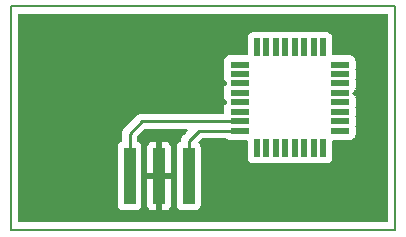
<source format=gbr>
%TF.GenerationSoftware,KiCad,Pcbnew,(6.0.7)*%
%TF.CreationDate,2022-10-03T13:44:35+01:00*%
%TF.ProjectId,teste,74657374-652e-46b6-9963-61645f706362,rev?*%
%TF.SameCoordinates,Original*%
%TF.FileFunction,Copper,L1,Top*%
%TF.FilePolarity,Positive*%
%FSLAX46Y46*%
G04 Gerber Fmt 4.6, Leading zero omitted, Abs format (unit mm)*
G04 Created by KiCad (PCBNEW (6.0.7)) date 2022-10-03 13:44:35*
%MOMM*%
%LPD*%
G01*
G04 APERTURE LIST*
%TA.AperFunction,NonConductor*%
%ADD10C,0.200000*%
%TD*%
%TA.AperFunction,SMDPad,CuDef*%
%ADD11R,1.000000X4.800000*%
%TD*%
%TA.AperFunction,SMDPad,CuDef*%
%ADD12R,1.600000X0.550000*%
%TD*%
%TA.AperFunction,SMDPad,CuDef*%
%ADD13R,0.550000X1.600000*%
%TD*%
%TA.AperFunction,Conductor*%
%ADD14C,0.250000*%
%TD*%
G04 APERTURE END LIST*
D10*
X93825000Y-88150000D02*
X126350000Y-88150000D01*
X126350000Y-88150000D02*
X126350000Y-107100000D01*
X126350000Y-107100000D02*
X93825000Y-107100000D01*
X93825000Y-107100000D02*
X93825000Y-88150000D01*
D11*
%TO.P,Y1,1,1*%
%TO.N,Net-(U1-Pad8)*%
X108875000Y-102525000D03*
%TO.P,Y1,2,2*%
%TO.N,Earth*%
X106375000Y-102525000D03*
%TO.P,Y1,3,3*%
%TO.N,Net-(U1-Pad7)*%
X103875000Y-102525000D03*
%TD*%
D12*
%TO.P,U1,1,PD3*%
%TO.N,unconnected-(U1-Pad1)*%
X113200000Y-93075000D03*
%TO.P,U1,2,PD4*%
%TO.N,unconnected-(U1-Pad2)*%
X113200000Y-93875000D03*
%TO.P,U1,3,GND*%
%TO.N,Earth*%
X113200000Y-94675000D03*
%TO.P,U1,4,VCC*%
%TO.N,+5V*%
X113200000Y-95475000D03*
%TO.P,U1,5,GND*%
%TO.N,Earth*%
X113200000Y-96275000D03*
%TO.P,U1,6,VCC*%
%TO.N,+5V*%
X113200000Y-97075000D03*
%TO.P,U1,7,XTAL1/PB6*%
%TO.N,Net-(U1-Pad7)*%
X113200000Y-97875000D03*
%TO.P,U1,8,XTAL2/PB7*%
%TO.N,Net-(U1-Pad8)*%
X113200000Y-98675000D03*
D13*
%TO.P,U1,9,PD5*%
%TO.N,unconnected-(U1-Pad9)*%
X114650000Y-100125000D03*
%TO.P,U1,10,PD6*%
%TO.N,unconnected-(U1-Pad10)*%
X115450000Y-100125000D03*
%TO.P,U1,11,PD7*%
%TO.N,unconnected-(U1-Pad11)*%
X116250000Y-100125000D03*
%TO.P,U1,12,PB0*%
%TO.N,unconnected-(U1-Pad12)*%
X117050000Y-100125000D03*
%TO.P,U1,13,PB1*%
%TO.N,unconnected-(U1-Pad13)*%
X117850000Y-100125000D03*
%TO.P,U1,14,PB2*%
%TO.N,unconnected-(U1-Pad14)*%
X118650000Y-100125000D03*
%TO.P,U1,15,PB3*%
%TO.N,unconnected-(U1-Pad15)*%
X119450000Y-100125000D03*
%TO.P,U1,16,PB4*%
%TO.N,unconnected-(U1-Pad16)*%
X120250000Y-100125000D03*
D12*
%TO.P,U1,17,PB5*%
%TO.N,unconnected-(U1-Pad17)*%
X121700000Y-98675000D03*
%TO.P,U1,18,AVCC*%
%TO.N,+5V*%
X121700000Y-97875000D03*
%TO.P,U1,19,ADC6*%
X121700000Y-97075000D03*
%TO.P,U1,20,AREF*%
X121700000Y-96275000D03*
%TO.P,U1,21,GND*%
%TO.N,Earth*%
X121700000Y-95475000D03*
%TO.P,U1,22,ADC7*%
%TO.N,+5V*%
X121700000Y-94675000D03*
%TO.P,U1,23,PC0*%
%TO.N,unconnected-(U1-Pad23)*%
X121700000Y-93875000D03*
%TO.P,U1,24,PC1*%
%TO.N,unconnected-(U1-Pad24)*%
X121700000Y-93075000D03*
D13*
%TO.P,U1,25,PC2*%
%TO.N,unconnected-(U1-Pad25)*%
X120250000Y-91625000D03*
%TO.P,U1,26,PC3*%
%TO.N,unconnected-(U1-Pad26)*%
X119450000Y-91625000D03*
%TO.P,U1,27,PC4*%
%TO.N,unconnected-(U1-Pad27)*%
X118650000Y-91625000D03*
%TO.P,U1,28,PC5*%
%TO.N,unconnected-(U1-Pad28)*%
X117850000Y-91625000D03*
%TO.P,U1,29,~{RESET}/PC6*%
%TO.N,+5V*%
X117050000Y-91625000D03*
%TO.P,U1,30,PD0*%
%TO.N,unconnected-(U1-Pad30)*%
X116250000Y-91625000D03*
%TO.P,U1,31,PD1*%
%TO.N,unconnected-(U1-Pad31)*%
X115450000Y-91625000D03*
%TO.P,U1,32,PD2*%
%TO.N,unconnected-(U1-Pad32)*%
X114650000Y-91625000D03*
%TD*%
D14*
%TO.N,Net-(U1-Pad7)*%
X104925000Y-97875000D02*
X113200000Y-97875000D01*
X103875000Y-98925000D02*
X104925000Y-97875000D01*
X103875000Y-102525000D02*
X103875000Y-98925000D01*
%TO.N,Net-(U1-Pad8)*%
X109725000Y-98675000D02*
X113200000Y-98675000D01*
X108875000Y-99525000D02*
X109725000Y-98675000D01*
X108875000Y-102525000D02*
X108875000Y-99525000D01*
%TD*%
%TA.AperFunction,Conductor*%
%TO.N,Earth*%
G36*
X125683621Y-88778502D02*
G01*
X125730114Y-88832158D01*
X125741500Y-88884500D01*
X125741500Y-106290500D01*
X125721498Y-106358621D01*
X125667842Y-106405114D01*
X125615500Y-106416500D01*
X94559500Y-106416500D01*
X94491379Y-106396498D01*
X94444886Y-106342842D01*
X94433500Y-106290500D01*
X94433500Y-104973134D01*
X102866500Y-104973134D01*
X102873255Y-105035316D01*
X102924385Y-105171705D01*
X103011739Y-105288261D01*
X103128295Y-105375615D01*
X103264684Y-105426745D01*
X103326866Y-105433500D01*
X104423134Y-105433500D01*
X104485316Y-105426745D01*
X104621705Y-105375615D01*
X104738261Y-105288261D01*
X104825615Y-105171705D01*
X104876745Y-105035316D01*
X104883500Y-104973134D01*
X104883500Y-104969669D01*
X105367001Y-104969669D01*
X105367371Y-104976490D01*
X105372895Y-105027352D01*
X105376521Y-105042604D01*
X105421676Y-105163054D01*
X105430214Y-105178649D01*
X105506715Y-105280724D01*
X105519276Y-105293285D01*
X105621351Y-105369786D01*
X105636946Y-105378324D01*
X105757394Y-105423478D01*
X105772649Y-105427105D01*
X105823514Y-105432631D01*
X105830328Y-105433000D01*
X106102885Y-105433000D01*
X106118124Y-105428525D01*
X106119329Y-105427135D01*
X106121000Y-105419452D01*
X106121000Y-105414884D01*
X106629000Y-105414884D01*
X106633475Y-105430123D01*
X106634865Y-105431328D01*
X106642548Y-105432999D01*
X106919669Y-105432999D01*
X106926490Y-105432629D01*
X106977352Y-105427105D01*
X106992604Y-105423479D01*
X107113054Y-105378324D01*
X107128649Y-105369786D01*
X107230724Y-105293285D01*
X107243285Y-105280724D01*
X107319786Y-105178649D01*
X107328324Y-105163054D01*
X107373478Y-105042606D01*
X107377105Y-105027351D01*
X107382631Y-104976486D01*
X107383000Y-104969672D01*
X107383000Y-102797115D01*
X107378525Y-102781876D01*
X107377135Y-102780671D01*
X107369452Y-102779000D01*
X106647115Y-102779000D01*
X106631876Y-102783475D01*
X106630671Y-102784865D01*
X106629000Y-102792548D01*
X106629000Y-105414884D01*
X106121000Y-105414884D01*
X106121000Y-102797115D01*
X106116525Y-102781876D01*
X106115135Y-102780671D01*
X106107452Y-102779000D01*
X105385116Y-102779000D01*
X105369877Y-102783475D01*
X105368672Y-102784865D01*
X105367001Y-102792548D01*
X105367001Y-104969669D01*
X104883500Y-104969669D01*
X104883500Y-102252885D01*
X105367000Y-102252885D01*
X105371475Y-102268124D01*
X105372865Y-102269329D01*
X105380548Y-102271000D01*
X106102885Y-102271000D01*
X106118124Y-102266525D01*
X106119329Y-102265135D01*
X106121000Y-102257452D01*
X106121000Y-102252885D01*
X106629000Y-102252885D01*
X106633475Y-102268124D01*
X106634865Y-102269329D01*
X106642548Y-102271000D01*
X107364884Y-102271000D01*
X107380123Y-102266525D01*
X107381328Y-102265135D01*
X107382999Y-102257452D01*
X107382999Y-100080331D01*
X107382629Y-100073510D01*
X107377105Y-100022648D01*
X107373479Y-100007396D01*
X107328324Y-99886946D01*
X107319786Y-99871351D01*
X107243285Y-99769276D01*
X107230724Y-99756715D01*
X107128649Y-99680214D01*
X107113054Y-99671676D01*
X106992606Y-99626522D01*
X106977351Y-99622895D01*
X106926486Y-99617369D01*
X106919672Y-99617000D01*
X106647115Y-99617000D01*
X106631876Y-99621475D01*
X106630671Y-99622865D01*
X106629000Y-99630548D01*
X106629000Y-102252885D01*
X106121000Y-102252885D01*
X106121000Y-99635116D01*
X106116525Y-99619877D01*
X106115135Y-99618672D01*
X106107452Y-99617001D01*
X105830331Y-99617001D01*
X105823510Y-99617371D01*
X105772648Y-99622895D01*
X105757396Y-99626521D01*
X105636946Y-99671676D01*
X105621351Y-99680214D01*
X105519276Y-99756715D01*
X105506715Y-99769276D01*
X105430214Y-99871351D01*
X105421676Y-99886946D01*
X105376522Y-100007394D01*
X105372895Y-100022649D01*
X105367369Y-100073514D01*
X105367000Y-100080328D01*
X105367000Y-102252885D01*
X104883500Y-102252885D01*
X104883500Y-100076866D01*
X104876745Y-100014684D01*
X104825615Y-99878295D01*
X104738261Y-99761739D01*
X104621705Y-99674385D01*
X104613296Y-99671232D01*
X104613293Y-99671231D01*
X104590269Y-99662599D01*
X104533505Y-99619957D01*
X104508806Y-99553395D01*
X104508500Y-99544618D01*
X104508500Y-99239594D01*
X104528502Y-99171473D01*
X104545405Y-99150499D01*
X105150499Y-98545405D01*
X105212811Y-98511379D01*
X105239594Y-98508500D01*
X108691405Y-98508500D01*
X108759526Y-98528502D01*
X108806019Y-98582158D01*
X108816123Y-98652432D01*
X108786629Y-98717012D01*
X108780506Y-98723590D01*
X108628953Y-98875142D01*
X108482742Y-99021353D01*
X108474463Y-99028887D01*
X108467982Y-99033000D01*
X108449708Y-99052460D01*
X108421357Y-99082651D01*
X108418602Y-99085493D01*
X108398865Y-99105230D01*
X108396385Y-99108427D01*
X108388682Y-99117447D01*
X108358414Y-99149679D01*
X108354595Y-99156625D01*
X108354593Y-99156628D01*
X108348652Y-99167434D01*
X108337801Y-99183953D01*
X108325386Y-99199959D01*
X108322241Y-99207228D01*
X108322238Y-99207232D01*
X108307826Y-99240537D01*
X108302609Y-99251187D01*
X108281305Y-99289940D01*
X108279334Y-99297615D01*
X108279334Y-99297616D01*
X108276267Y-99309562D01*
X108269863Y-99328266D01*
X108261819Y-99346855D01*
X108260580Y-99354678D01*
X108260577Y-99354688D01*
X108254901Y-99390524D01*
X108252495Y-99402144D01*
X108243472Y-99437289D01*
X108241500Y-99444970D01*
X108241500Y-99465224D01*
X108239949Y-99484934D01*
X108236780Y-99504943D01*
X108237526Y-99512834D01*
X108239462Y-99533315D01*
X108225959Y-99603016D01*
X108176917Y-99654352D01*
X108158250Y-99663155D01*
X108136705Y-99671232D01*
X108136704Y-99671233D01*
X108128295Y-99674385D01*
X108011739Y-99761739D01*
X107924385Y-99878295D01*
X107873255Y-100014684D01*
X107866500Y-100076866D01*
X107866500Y-104973134D01*
X107873255Y-105035316D01*
X107924385Y-105171705D01*
X108011739Y-105288261D01*
X108128295Y-105375615D01*
X108264684Y-105426745D01*
X108326866Y-105433500D01*
X109423134Y-105433500D01*
X109485316Y-105426745D01*
X109621705Y-105375615D01*
X109738261Y-105288261D01*
X109825615Y-105171705D01*
X109876745Y-105035316D01*
X109883500Y-104973134D01*
X109883500Y-100076866D01*
X109876745Y-100014684D01*
X109825615Y-99878295D01*
X109738261Y-99761739D01*
X109731081Y-99756358D01*
X109724731Y-99750008D01*
X109727373Y-99747366D01*
X109695419Y-99704717D01*
X109690326Y-99633903D01*
X109724362Y-99571542D01*
X109950499Y-99345405D01*
X110012811Y-99311379D01*
X110039594Y-99308500D01*
X111988411Y-99308500D01*
X112056532Y-99328502D01*
X112063975Y-99333674D01*
X112153295Y-99400615D01*
X112289684Y-99451745D01*
X112351866Y-99458500D01*
X113740500Y-99458500D01*
X113808621Y-99478502D01*
X113855114Y-99532158D01*
X113866500Y-99584500D01*
X113866500Y-100973134D01*
X113873255Y-101035316D01*
X113924385Y-101171705D01*
X114011739Y-101288261D01*
X114128295Y-101375615D01*
X114264684Y-101426745D01*
X114326866Y-101433500D01*
X114973134Y-101433500D01*
X115035316Y-101426745D01*
X115035580Y-101429174D01*
X115064420Y-101429174D01*
X115064684Y-101426745D01*
X115126866Y-101433500D01*
X115773134Y-101433500D01*
X115835316Y-101426745D01*
X115835580Y-101429174D01*
X115864420Y-101429174D01*
X115864684Y-101426745D01*
X115926866Y-101433500D01*
X116573134Y-101433500D01*
X116635316Y-101426745D01*
X116635580Y-101429174D01*
X116664420Y-101429174D01*
X116664684Y-101426745D01*
X116726866Y-101433500D01*
X117373134Y-101433500D01*
X117435316Y-101426745D01*
X117435580Y-101429174D01*
X117464420Y-101429174D01*
X117464684Y-101426745D01*
X117526866Y-101433500D01*
X118173134Y-101433500D01*
X118235316Y-101426745D01*
X118235580Y-101429174D01*
X118264420Y-101429174D01*
X118264684Y-101426745D01*
X118326866Y-101433500D01*
X118973134Y-101433500D01*
X119035316Y-101426745D01*
X119035580Y-101429174D01*
X119064420Y-101429174D01*
X119064684Y-101426745D01*
X119126866Y-101433500D01*
X119773134Y-101433500D01*
X119835316Y-101426745D01*
X119835580Y-101429174D01*
X119864420Y-101429174D01*
X119864684Y-101426745D01*
X119926866Y-101433500D01*
X120573134Y-101433500D01*
X120635316Y-101426745D01*
X120771705Y-101375615D01*
X120888261Y-101288261D01*
X120975615Y-101171705D01*
X121026745Y-101035316D01*
X121033500Y-100973134D01*
X121033500Y-99584500D01*
X121053502Y-99516379D01*
X121107158Y-99469886D01*
X121159500Y-99458500D01*
X122548134Y-99458500D01*
X122610316Y-99451745D01*
X122746705Y-99400615D01*
X122863261Y-99313261D01*
X122950615Y-99196705D01*
X123001745Y-99060316D01*
X123008500Y-98998134D01*
X123008500Y-98351866D01*
X123001745Y-98289684D01*
X123004174Y-98289420D01*
X123004174Y-98260580D01*
X123001745Y-98260316D01*
X123008131Y-98201531D01*
X123008500Y-98198134D01*
X123008500Y-97551866D01*
X123001745Y-97489684D01*
X123004174Y-97489420D01*
X123004174Y-97460580D01*
X123001745Y-97460316D01*
X123008131Y-97401531D01*
X123008500Y-97398134D01*
X123008500Y-96751866D01*
X123001745Y-96689684D01*
X123004174Y-96689420D01*
X123004174Y-96660580D01*
X123001745Y-96660316D01*
X123008131Y-96601531D01*
X123008500Y-96598134D01*
X123008500Y-95951866D01*
X123001745Y-95889684D01*
X123003884Y-95889452D01*
X123003834Y-95860488D01*
X123001252Y-95860207D01*
X123007631Y-95801486D01*
X123008000Y-95794672D01*
X123008000Y-95747115D01*
X123003525Y-95731876D01*
X123002135Y-95730671D01*
X122981217Y-95726121D01*
X122981482Y-95724903D01*
X122927313Y-95708998D01*
X122894608Y-95678565D01*
X122868643Y-95643920D01*
X122868642Y-95643919D01*
X122863261Y-95636739D01*
X122781985Y-95575826D01*
X122739470Y-95518967D01*
X122734444Y-95448148D01*
X122768504Y-95385855D01*
X122781985Y-95374174D01*
X122856081Y-95318642D01*
X122863261Y-95313261D01*
X122894608Y-95271435D01*
X122951467Y-95228920D01*
X122981074Y-95223587D01*
X123005123Y-95216525D01*
X123006328Y-95215135D01*
X123007999Y-95207452D01*
X123007999Y-95155331D01*
X123007629Y-95148510D01*
X123001252Y-95089793D01*
X123003998Y-95089495D01*
X123003940Y-95060554D01*
X123001745Y-95060316D01*
X123008131Y-95001531D01*
X123008500Y-94998134D01*
X123008500Y-94351866D01*
X123001745Y-94289684D01*
X123004174Y-94289420D01*
X123004174Y-94260580D01*
X123001745Y-94260316D01*
X123008131Y-94201531D01*
X123008500Y-94198134D01*
X123008500Y-93551866D01*
X123001745Y-93489684D01*
X123004174Y-93489420D01*
X123004174Y-93460580D01*
X123001745Y-93460316D01*
X123008131Y-93401531D01*
X123008500Y-93398134D01*
X123008500Y-92751866D01*
X123001745Y-92689684D01*
X122950615Y-92553295D01*
X122863261Y-92436739D01*
X122746705Y-92349385D01*
X122610316Y-92298255D01*
X122548134Y-92291500D01*
X121159500Y-92291500D01*
X121091379Y-92271498D01*
X121044886Y-92217842D01*
X121033500Y-92165500D01*
X121033500Y-90776866D01*
X121026745Y-90714684D01*
X120975615Y-90578295D01*
X120888261Y-90461739D01*
X120771705Y-90374385D01*
X120635316Y-90323255D01*
X120573134Y-90316500D01*
X119926866Y-90316500D01*
X119864684Y-90323255D01*
X119864420Y-90320826D01*
X119835580Y-90320826D01*
X119835316Y-90323255D01*
X119776531Y-90316869D01*
X119773134Y-90316500D01*
X119126866Y-90316500D01*
X119064684Y-90323255D01*
X119064420Y-90320826D01*
X119035580Y-90320826D01*
X119035316Y-90323255D01*
X118976531Y-90316869D01*
X118973134Y-90316500D01*
X118326866Y-90316500D01*
X118264684Y-90323255D01*
X118264420Y-90320826D01*
X118235580Y-90320826D01*
X118235316Y-90323255D01*
X118176531Y-90316869D01*
X118173134Y-90316500D01*
X117526866Y-90316500D01*
X117464684Y-90323255D01*
X117464420Y-90320826D01*
X117435580Y-90320826D01*
X117435316Y-90323255D01*
X117376531Y-90316869D01*
X117373134Y-90316500D01*
X116726866Y-90316500D01*
X116664684Y-90323255D01*
X116664420Y-90320826D01*
X116635580Y-90320826D01*
X116635316Y-90323255D01*
X116576531Y-90316869D01*
X116573134Y-90316500D01*
X115926866Y-90316500D01*
X115864684Y-90323255D01*
X115864420Y-90320826D01*
X115835580Y-90320826D01*
X115835316Y-90323255D01*
X115776531Y-90316869D01*
X115773134Y-90316500D01*
X115126866Y-90316500D01*
X115064684Y-90323255D01*
X115064420Y-90320826D01*
X115035580Y-90320826D01*
X115035316Y-90323255D01*
X114976531Y-90316869D01*
X114973134Y-90316500D01*
X114326866Y-90316500D01*
X114264684Y-90323255D01*
X114128295Y-90374385D01*
X114011739Y-90461739D01*
X113924385Y-90578295D01*
X113873255Y-90714684D01*
X113866500Y-90776866D01*
X113866500Y-92165500D01*
X113846498Y-92233621D01*
X113792842Y-92280114D01*
X113740500Y-92291500D01*
X112351866Y-92291500D01*
X112289684Y-92298255D01*
X112153295Y-92349385D01*
X112036739Y-92436739D01*
X111949385Y-92553295D01*
X111898255Y-92689684D01*
X111891500Y-92751866D01*
X111891500Y-93398134D01*
X111891869Y-93401531D01*
X111898255Y-93460316D01*
X111895826Y-93460580D01*
X111895826Y-93489420D01*
X111898255Y-93489684D01*
X111891500Y-93551866D01*
X111891500Y-94198134D01*
X111891869Y-94201531D01*
X111898255Y-94260316D01*
X111896116Y-94260548D01*
X111896166Y-94289512D01*
X111898748Y-94289793D01*
X111892369Y-94348514D01*
X111892000Y-94355328D01*
X111892000Y-94402885D01*
X111896475Y-94418124D01*
X111897865Y-94419329D01*
X111918783Y-94423879D01*
X111918518Y-94425097D01*
X111972687Y-94441002D01*
X112005392Y-94471435D01*
X112036739Y-94513261D01*
X112043919Y-94518642D01*
X112118015Y-94574174D01*
X112160530Y-94631033D01*
X112165556Y-94701852D01*
X112131496Y-94764145D01*
X112118016Y-94775825D01*
X112036739Y-94836739D01*
X112031358Y-94843919D01*
X112031357Y-94843920D01*
X112005392Y-94878565D01*
X111948533Y-94921080D01*
X111918926Y-94926413D01*
X111894877Y-94933475D01*
X111893672Y-94934865D01*
X111892001Y-94942548D01*
X111892001Y-94994669D01*
X111892371Y-95001490D01*
X111898748Y-95060207D01*
X111896002Y-95060505D01*
X111896060Y-95089446D01*
X111898255Y-95089684D01*
X111891500Y-95151866D01*
X111891500Y-95798134D01*
X111891869Y-95801531D01*
X111898255Y-95860316D01*
X111896116Y-95860548D01*
X111896166Y-95889512D01*
X111898748Y-95889793D01*
X111892369Y-95948514D01*
X111892000Y-95955328D01*
X111892000Y-96002885D01*
X111896475Y-96018124D01*
X111897865Y-96019329D01*
X111918783Y-96023879D01*
X111918518Y-96025097D01*
X111972687Y-96041002D01*
X112005392Y-96071435D01*
X112036739Y-96113261D01*
X112043919Y-96118642D01*
X112118015Y-96174174D01*
X112160530Y-96231033D01*
X112165556Y-96301852D01*
X112131496Y-96364145D01*
X112118016Y-96375825D01*
X112036739Y-96436739D01*
X112031358Y-96443919D01*
X112031357Y-96443920D01*
X112005392Y-96478565D01*
X111948533Y-96521080D01*
X111918926Y-96526413D01*
X111894877Y-96533475D01*
X111893672Y-96534865D01*
X111892001Y-96542548D01*
X111892001Y-96594669D01*
X111892371Y-96601490D01*
X111898748Y-96660207D01*
X111896002Y-96660505D01*
X111896060Y-96689446D01*
X111898255Y-96689684D01*
X111891500Y-96751866D01*
X111891500Y-97115500D01*
X111871498Y-97183621D01*
X111817842Y-97230114D01*
X111765500Y-97241500D01*
X105003767Y-97241500D01*
X104992584Y-97240973D01*
X104985091Y-97239298D01*
X104977165Y-97239547D01*
X104977164Y-97239547D01*
X104917014Y-97241438D01*
X104913055Y-97241500D01*
X104885144Y-97241500D01*
X104881210Y-97241997D01*
X104881209Y-97241997D01*
X104881144Y-97242005D01*
X104869307Y-97242938D01*
X104837490Y-97243938D01*
X104833029Y-97244078D01*
X104825110Y-97244327D01*
X104807454Y-97249456D01*
X104805658Y-97249978D01*
X104786306Y-97253986D01*
X104779235Y-97254880D01*
X104766203Y-97256526D01*
X104758834Y-97259443D01*
X104758832Y-97259444D01*
X104725097Y-97272800D01*
X104713869Y-97276645D01*
X104671407Y-97288982D01*
X104664585Y-97293016D01*
X104664579Y-97293019D01*
X104653968Y-97299294D01*
X104636218Y-97307990D01*
X104624756Y-97312528D01*
X104624751Y-97312531D01*
X104617383Y-97315448D01*
X104610968Y-97320109D01*
X104581625Y-97341427D01*
X104571707Y-97347943D01*
X104553019Y-97358995D01*
X104533637Y-97370458D01*
X104519313Y-97384782D01*
X104504281Y-97397621D01*
X104487893Y-97409528D01*
X104459712Y-97443593D01*
X104451722Y-97452373D01*
X103482747Y-98421348D01*
X103474461Y-98428888D01*
X103467982Y-98433000D01*
X103462557Y-98438777D01*
X103421357Y-98482651D01*
X103418602Y-98485493D01*
X103398865Y-98505230D01*
X103396385Y-98508427D01*
X103388682Y-98517447D01*
X103358414Y-98549679D01*
X103354595Y-98556625D01*
X103354593Y-98556628D01*
X103348652Y-98567434D01*
X103337801Y-98583953D01*
X103325386Y-98599959D01*
X103322241Y-98607228D01*
X103322238Y-98607232D01*
X103307826Y-98640537D01*
X103302609Y-98651187D01*
X103281305Y-98689940D01*
X103279334Y-98697615D01*
X103279334Y-98697616D01*
X103276267Y-98709562D01*
X103269863Y-98728266D01*
X103261819Y-98746855D01*
X103260580Y-98754678D01*
X103260577Y-98754688D01*
X103254901Y-98790524D01*
X103252495Y-98802144D01*
X103248715Y-98816869D01*
X103241500Y-98844970D01*
X103241500Y-98865224D01*
X103239949Y-98884934D01*
X103236780Y-98904943D01*
X103237526Y-98912835D01*
X103240941Y-98948961D01*
X103241500Y-98960819D01*
X103241500Y-99544618D01*
X103221498Y-99612739D01*
X103167842Y-99659232D01*
X103159731Y-99662599D01*
X103136707Y-99671231D01*
X103136704Y-99671232D01*
X103128295Y-99674385D01*
X103011739Y-99761739D01*
X102924385Y-99878295D01*
X102873255Y-100014684D01*
X102866500Y-100076866D01*
X102866500Y-104973134D01*
X94433500Y-104973134D01*
X94433500Y-88884500D01*
X94453502Y-88816379D01*
X94507158Y-88769886D01*
X94559500Y-88758500D01*
X125615500Y-88758500D01*
X125683621Y-88778502D01*
G37*
%TD.AperFunction*%
%TD*%
M02*

</source>
